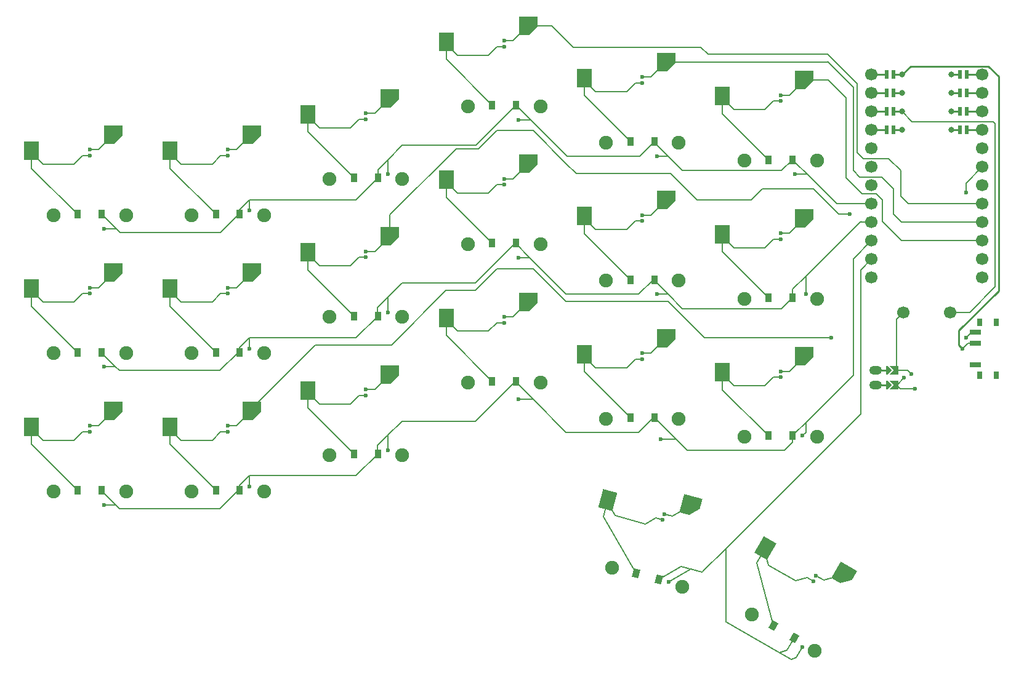
<source format=gbr>
%TF.GenerationSoftware,KiCad,Pcbnew,8.0.6*%
%TF.CreationDate,2024-12-04T22:19:36+00:00*%
%TF.ProjectId,prototype_routed,70726f74-6f74-4797-9065-5f726f757465,v1.0.0*%
%TF.SameCoordinates,Original*%
%TF.FileFunction,Copper,L1,Top*%
%TF.FilePolarity,Positive*%
%FSLAX46Y46*%
G04 Gerber Fmt 4.6, Leading zero omitted, Abs format (unit mm)*
G04 Created by KiCad (PCBNEW 8.0.6) date 2024-12-04 22:19:36*
%MOMM*%
%LPD*%
G01*
G04 APERTURE LIST*
G04 Aperture macros list*
%AMRotRect*
0 Rectangle, with rotation*
0 The origin of the aperture is its center*
0 $1 length*
0 $2 width*
0 $3 Rotation angle, in degrees counterclockwise*
0 Add horizontal line*
21,1,$1,$2,0,0,$3*%
%AMOutline5P*
0 Free polygon, 5 corners , with rotation*
0 The origin of the aperture is its center*
0 number of corners: always 5*
0 $1 to $10 corner X, Y*
0 $11 Rotation angle, in degrees counterclockwise*
0 create outline with 5 corners*
4,1,5,$1,$2,$3,$4,$5,$6,$7,$8,$9,$10,$1,$2,$11*%
%AMOutline6P*
0 Free polygon, 6 corners , with rotation*
0 The origin of the aperture is its center*
0 number of corners: always 6*
0 $1 to $12 corner X, Y*
0 $13 Rotation angle, in degrees counterclockwise*
0 create outline with 6 corners*
4,1,6,$1,$2,$3,$4,$5,$6,$7,$8,$9,$10,$11,$12,$1,$2,$13*%
%AMOutline7P*
0 Free polygon, 7 corners , with rotation*
0 The origin of the aperture is its center*
0 number of corners: always 7*
0 $1 to $14 corner X, Y*
0 $15 Rotation angle, in degrees counterclockwise*
0 create outline with 7 corners*
4,1,7,$1,$2,$3,$4,$5,$6,$7,$8,$9,$10,$11,$12,$13,$14,$1,$2,$15*%
%AMOutline8P*
0 Free polygon, 8 corners , with rotation*
0 The origin of the aperture is its center*
0 number of corners: always 8*
0 $1 to $16 corner X, Y*
0 $17 Rotation angle, in degrees counterclockwise*
0 create outline with 8 corners*
4,1,8,$1,$2,$3,$4,$5,$6,$7,$8,$9,$10,$11,$12,$13,$14,$15,$16,$1,$2,$17*%
%AMFreePoly0*
4,1,6,0.600000,-1.000000,0.000000,-0.400000,-0.600000,-1.000000,-0.600000,0.250000,0.600000,0.250000,0.600000,-1.000000,0.600000,-1.000000,$1*%
%AMFreePoly1*
4,1,6,0.600000,-0.200000,0.600000,-0.400000,-0.600000,-0.400000,-0.600000,-0.200000,0.000000,0.400000,0.600000,-0.200000,0.600000,-0.200000,$1*%
G04 Aperture macros list end*
%TA.AperFunction,SMDPad,CuDef*%
%ADD10R,0.900000X1.200000*%
%TD*%
%TA.AperFunction,SMDPad,CuDef*%
%ADD11R,0.800000X1.000000*%
%TD*%
%TA.AperFunction,SMDPad,CuDef*%
%ADD12R,1.500000X0.700000*%
%TD*%
%TA.AperFunction,SMDPad,CuDef*%
%ADD13RotRect,0.900000X1.200000X165.000000*%
%TD*%
%TA.AperFunction,SMDPad,CuDef*%
%ADD14FreePoly0,270.000000*%
%TD*%
%TA.AperFunction,ComponentPad*%
%ADD15O,1.750000X1.200000*%
%TD*%
%TA.AperFunction,SMDPad,CuDef*%
%ADD16FreePoly1,270.000000*%
%TD*%
%TA.AperFunction,SMDPad,CuDef*%
%ADD17RotRect,0.900000X1.200000X150.000000*%
%TD*%
%TA.AperFunction,ComponentPad*%
%ADD18C,1.700000*%
%TD*%
%TA.AperFunction,SMDPad,CuDef*%
%ADD19R,0.600000X1.200000*%
%TD*%
%TA.AperFunction,ComponentPad*%
%ADD20C,0.800000*%
%TD*%
%TA.AperFunction,ComponentPad*%
%ADD21C,1.900000*%
%TD*%
%TA.AperFunction,SMDPad,CuDef*%
%ADD22Outline5P,-1.300000X1.300000X1.300000X1.300000X1.300000X-0.117000X0.117000X-1.300000X-1.300000X-1.300000X0.000000*%
%TD*%
%TA.AperFunction,SMDPad,CuDef*%
%ADD23R,2.000000X2.600000*%
%TD*%
%TA.AperFunction,SMDPad,CuDef*%
%ADD24Outline5P,-1.300000X1.300000X1.300000X1.300000X1.300000X-0.117000X0.117000X-1.300000X-1.300000X-1.300000X330.000000*%
%TD*%
%TA.AperFunction,SMDPad,CuDef*%
%ADD25RotRect,2.000000X2.600000X330.000000*%
%TD*%
%TA.AperFunction,SMDPad,CuDef*%
%ADD26Outline5P,-1.300000X1.300000X1.300000X1.300000X1.300000X-0.117000X0.117000X-1.300000X-1.300000X-1.300000X345.000000*%
%TD*%
%TA.AperFunction,SMDPad,CuDef*%
%ADD27RotRect,2.000000X2.600000X345.000000*%
%TD*%
%TA.AperFunction,ViaPad*%
%ADD28C,0.600000*%
%TD*%
%TA.AperFunction,Conductor*%
%ADD29C,0.200000*%
%TD*%
%TA.AperFunction,Conductor*%
%ADD30C,0.250000*%
%TD*%
G04 APERTURE END LIST*
D10*
%TO.P,D7,1*%
%TO.N,R2*%
X188662500Y-160662501D03*
%TO.P,D7,2*%
%TO.N,ring_bottom*%
X185362500Y-160662499D03*
%TD*%
D11*
%TO.P,PWR1,*%
%TO.N,*%
X271427498Y-149812500D03*
X271427499Y-142512500D03*
X273637499Y-142512500D03*
X273637499Y-149812500D03*
D12*
%TO.P,PWR1,1*%
%TO.N,N/C*%
X270777499Y-148412500D03*
%TO.P,PWR1,2*%
%TO.N,RAW*%
X270777499Y-145412500D03*
%TO.P,PWR1,3*%
%TO.N,BAT_P*%
X270777499Y-143912500D03*
%TD*%
D10*
%TO.P,D14,1*%
%TO.N,R1*%
X226662500Y-136662500D03*
%TO.P,D14,2*%
%TO.N,index_home*%
X223362500Y-136662498D03*
%TD*%
%TO.P,D11,1*%
%TO.N,R1*%
X207662499Y-131662501D03*
%TO.P,D11,2*%
%TO.N,middle_home*%
X204362499Y-131662499D03*
%TD*%
%TO.P,D12,1*%
%TO.N,R0*%
X207662501Y-112662501D03*
%TO.P,D12,2*%
%TO.N,middle_top*%
X204362501Y-112662499D03*
%TD*%
D13*
%TO.P,D19,1*%
%TO.N,R3*%
X227312183Y-177919179D03*
%TO.P,D19,2*%
%TO.N,layer_cluster*%
X224124627Y-177065079D03*
%TD*%
D10*
%TO.P,D8,1*%
%TO.N,R1*%
X188662500Y-141662501D03*
%TO.P,D8,2*%
%TO.N,ring_home*%
X185362500Y-141662499D03*
%TD*%
%TO.P,D9,1*%
%TO.N,R0*%
X188662500Y-122662501D03*
%TO.P,D9,2*%
%TO.N,ring_top*%
X185362500Y-122662499D03*
%TD*%
%TO.P,D5,1*%
%TO.N,R1*%
X169662501Y-146662501D03*
%TO.P,D5,2*%
%TO.N,pinky_home*%
X166362501Y-146662499D03*
%TD*%
%TO.P,D16,1*%
%TO.N,R2*%
X245662500Y-158162500D03*
%TO.P,D16,2*%
%TO.N,indexfar_bottom*%
X242362500Y-158162498D03*
%TD*%
D14*
%TO.P,JST1,1*%
%TO.N,BAT_P*%
X259928499Y-151162499D03*
%TO.P,JST1,2*%
%TO.N,GND*%
X259928499Y-149162499D03*
D15*
%TO.P,JST1,11*%
%TO.N,JST1_1*%
X257112499Y-151162499D03*
%TO.P,JST1,12*%
%TO.N,JST1_2*%
X257112499Y-149162499D03*
D16*
%TO.P,JST1,21*%
%TO.N,JST1_1*%
X258912499Y-151162500D03*
%TO.P,JST1,22*%
%TO.N,JST1_2*%
X258912499Y-149162499D03*
%TD*%
D17*
%TO.P,D20,1*%
%TO.N,R3*%
X245892108Y-185967238D03*
%TO.P,D20,2*%
%TO.N,space_cluster*%
X243034224Y-184317240D03*
%TD*%
D10*
%TO.P,D18,1*%
%TO.N,R0*%
X245662499Y-120162500D03*
%TO.P,D18,2*%
%TO.N,indexfar_top*%
X242362499Y-120162498D03*
%TD*%
%TO.P,D15,1*%
%TO.N,R0*%
X226662500Y-117662500D03*
%TO.P,D15,2*%
%TO.N,index_top*%
X223362500Y-117662498D03*
%TD*%
%TO.P,D6,1*%
%TO.N,R0*%
X169662500Y-127662500D03*
%TO.P,D6,2*%
%TO.N,pinky_top*%
X166362500Y-127662498D03*
%TD*%
%TO.P,D13,1*%
%TO.N,R2*%
X226662499Y-155662501D03*
%TO.P,D13,2*%
%TO.N,index_bottom*%
X223362499Y-155662499D03*
%TD*%
D18*
%TO.P,RST1,1*%
%TO.N,RST*%
X267362500Y-141162500D03*
%TO.P,RST1,2*%
%TO.N,GND*%
X260862500Y-141162500D03*
%TD*%
D10*
%TO.P,D1,1*%
%TO.N,R2*%
X150662500Y-165662501D03*
%TO.P,D1,2*%
%TO.N,outer_bottom*%
X147362500Y-165662499D03*
%TD*%
%TO.P,D2,1*%
%TO.N,R1*%
X150662500Y-146662502D03*
%TO.P,D2,2*%
%TO.N,outer_home*%
X147362500Y-146662500D03*
%TD*%
%TO.P,D4,1*%
%TO.N,R2*%
X169662501Y-165662501D03*
%TO.P,D4,2*%
%TO.N,pinky_bottom*%
X166362501Y-165662499D03*
%TD*%
%TO.P,D10,1*%
%TO.N,R2*%
X207662499Y-150662501D03*
%TO.P,D10,2*%
%TO.N,middle_bottom*%
X204362499Y-150662499D03*
%TD*%
%TO.P,D17,1*%
%TO.N,R1*%
X245662500Y-139162502D03*
%TO.P,D17,2*%
%TO.N,indexfar_home*%
X242362500Y-139162500D03*
%TD*%
%TO.P,D3,1*%
%TO.N,R0*%
X150662500Y-127662501D03*
%TO.P,D3,2*%
%TO.N,outer_top*%
X147362500Y-127662499D03*
%TD*%
D18*
%TO.P,MCU1,1*%
%TO.N,MCU1_1*%
X271732500Y-108462500D03*
%TO.P,MCU1,2*%
%TO.N,MCU1_2*%
X271732500Y-111002499D03*
%TO.P,MCU1,3*%
%TO.N,MCU1_3*%
X271732500Y-113542500D03*
%TO.P,MCU1,4*%
%TO.N,MCU1_4*%
X271732500Y-116082500D03*
%TO.P,MCU1,5*%
%TO.N,C0*%
X271732500Y-118622500D03*
%TO.P,MCU1,6*%
%TO.N,C1*%
X271732500Y-121162500D03*
%TO.P,MCU1,7*%
%TO.N,C2*%
X271732500Y-123702499D03*
%TO.P,MCU1,8*%
%TO.N,C3*%
X271732500Y-126242500D03*
%TO.P,MCU1,9*%
%TO.N,C4*%
X271732500Y-128782500D03*
%TO.P,MCU1,10*%
%TO.N,C5*%
X271732500Y-131322500D03*
%TO.P,MCU1,11*%
%TO.N,P16*%
X271732500Y-133862500D03*
%TO.P,MCU1,12*%
%TO.N,P10*%
X271732500Y-136402500D03*
%TO.P,MCU1,13*%
%TO.N,P9*%
X256492499Y-136402500D03*
%TO.P,MCU1,14*%
%TO.N,R3*%
X256492500Y-133862500D03*
%TO.P,MCU1,15*%
%TO.N,R2*%
X256492500Y-131322501D03*
%TO.P,MCU1,16*%
%TO.N,R1*%
X256492500Y-128782500D03*
%TO.P,MCU1,17*%
%TO.N,R0*%
X256492500Y-126242500D03*
%TO.P,MCU1,18*%
%TO.N,P4*%
X256492500Y-123702500D03*
%TO.P,MCU1,19*%
%TO.N,P3*%
X256492500Y-121162500D03*
%TO.P,MCU1,20*%
%TO.N,P2*%
X256492500Y-118622501D03*
%TO.P,MCU1,21*%
%TO.N,MCU1_21*%
X256492500Y-116082500D03*
D19*
X258632500Y-116082500D03*
%TO.N,MCU1_4*%
X269592501Y-116082499D03*
D18*
%TO.P,MCU1,22*%
%TO.N,MCU1_22*%
X256492500Y-113542500D03*
D19*
X258632500Y-113542500D03*
%TO.N,MCU1_3*%
X269592500Y-113542500D03*
D18*
%TO.P,MCU1,23*%
%TO.N,MCU1_23*%
X256492500Y-111002500D03*
D19*
X258632500Y-111002500D03*
%TO.N,MCU1_2*%
X269592500Y-111002500D03*
D18*
%TO.P,MCU1,24*%
%TO.N,MCU1_24*%
X256492500Y-108462500D03*
D19*
X258632500Y-108462500D03*
%TO.N,MCU1_1*%
X269592500Y-108462500D03*
D20*
%TO.P,MCU1,101*%
%TO.N,P1*%
X267512500Y-108462500D03*
D19*
X268692500Y-108462500D03*
D20*
%TO.P,MCU1,102*%
%TO.N,P0*%
X267512500Y-111002500D03*
D19*
X268692501Y-111002499D03*
D20*
%TO.P,MCU1,103*%
%TO.N,GND*%
X267512500Y-113542500D03*
D19*
X268692500Y-113542499D03*
D20*
%TO.P,MCU1,104*%
X267512500Y-116082500D03*
D19*
X268692500Y-116082501D03*
%TO.P,MCU1,121*%
%TO.N,VCC*%
X259532500Y-116082500D03*
D20*
X260712500Y-116082499D03*
D19*
%TO.P,MCU1,122*%
%TO.N,RST*%
X259532501Y-113542500D03*
D20*
X260712501Y-113542500D03*
D19*
%TO.P,MCU1,123*%
%TO.N,GND*%
X259532500Y-111002500D03*
D20*
X260712500Y-111002500D03*
D19*
%TO.P,MCU1,124*%
%TO.N,RAW*%
X259532500Y-108462500D03*
D20*
X260712500Y-108462500D03*
%TD*%
D21*
%TO.P,S11,*%
%TO.N,*%
X201012500Y-131812501D03*
X211012500Y-131812501D03*
D22*
%TO.P,S11,1*%
%TO.N,C3*%
X209287500Y-120712501D03*
D23*
%TO.P,S11,2*%
%TO.N,middle_home*%
X198037500Y-122912501D03*
%TD*%
D21*
%TO.P,S16,*%
%TO.N,*%
X239012500Y-158312499D03*
X249012500Y-158312499D03*
D22*
%TO.P,S16,1*%
%TO.N,C5*%
X247287500Y-147212499D03*
D23*
%TO.P,S16,2*%
%TO.N,indexfar_bottom*%
X236037500Y-149412499D03*
%TD*%
D21*
%TO.P,S14,*%
%TO.N,*%
X220012499Y-136812499D03*
X230012499Y-136812499D03*
D22*
%TO.P,S14,1*%
%TO.N,C4*%
X228287499Y-125712499D03*
D23*
%TO.P,S14,2*%
%TO.N,index_home*%
X217037499Y-127912499D03*
%TD*%
D21*
%TO.P,S13,*%
%TO.N,*%
X220012500Y-155812500D03*
X230012500Y-155812500D03*
D22*
%TO.P,S13,1*%
%TO.N,C4*%
X228287500Y-144712500D03*
D23*
%TO.P,S13,2*%
%TO.N,index_bottom*%
X217037500Y-146912500D03*
%TD*%
D21*
%TO.P,S4,*%
%TO.N,*%
X163012500Y-165812500D03*
X173012500Y-165812500D03*
D22*
%TO.P,S4,1*%
%TO.N,C1*%
X171287500Y-154712500D03*
D23*
%TO.P,S4,2*%
%TO.N,pinky_bottom*%
X160037500Y-156912500D03*
%TD*%
D21*
%TO.P,S9,*%
%TO.N,*%
X182012500Y-122812500D03*
X192012500Y-122812500D03*
D22*
%TO.P,S9,1*%
%TO.N,C2*%
X190287500Y-111712500D03*
D23*
%TO.P,S9,2*%
%TO.N,ring_top*%
X179037500Y-113912500D03*
%TD*%
D21*
%TO.P,S15,*%
%TO.N,*%
X220012500Y-117812499D03*
X230012500Y-117812499D03*
D22*
%TO.P,S15,1*%
%TO.N,C4*%
X228287500Y-106712499D03*
D23*
%TO.P,S15,2*%
%TO.N,index_top*%
X217037500Y-108912499D03*
%TD*%
D21*
%TO.P,S18,*%
%TO.N,*%
X239012501Y-120312500D03*
X249012501Y-120312500D03*
D22*
%TO.P,S18,1*%
%TO.N,C5*%
X247287501Y-109212500D03*
D23*
%TO.P,S18,2*%
%TO.N,indexfar_top*%
X236037501Y-111412500D03*
%TD*%
D21*
%TO.P,S10,*%
%TO.N,*%
X201012500Y-150812500D03*
X211012500Y-150812500D03*
D22*
%TO.P,S10,1*%
%TO.N,C3*%
X209287500Y-139712500D03*
D23*
%TO.P,S10,2*%
%TO.N,middle_bottom*%
X198037500Y-141912500D03*
%TD*%
D21*
%TO.P,S20,*%
%TO.N,*%
X240058040Y-182772144D03*
X248718294Y-187772144D03*
D24*
%TO.P,S20,1*%
%TO.N,C5*%
X252774400Y-177296762D03*
D25*
%TO.P,S20,2*%
%TO.N,space_cluster*%
X241931614Y-173577018D03*
%TD*%
D21*
%TO.P,S19,*%
%TO.N,*%
X220849954Y-176342923D03*
X230509212Y-178931113D03*
D26*
%TO.P,S19,1*%
%TO.N,C4*%
X231715881Y-167762874D03*
D27*
%TO.P,S19,2*%
%TO.N,layer_cluster*%
X220279814Y-166976196D03*
%TD*%
D21*
%TO.P,S6,*%
%TO.N,*%
X163012501Y-127812500D03*
X173012501Y-127812500D03*
D22*
%TO.P,S6,1*%
%TO.N,C1*%
X171287501Y-116712500D03*
D23*
%TO.P,S6,2*%
%TO.N,pinky_top*%
X160037501Y-118912500D03*
%TD*%
D21*
%TO.P,S2,*%
%TO.N,*%
X144012499Y-146812501D03*
X154012499Y-146812501D03*
D22*
%TO.P,S2,1*%
%TO.N,C0*%
X152287499Y-135712501D03*
D23*
%TO.P,S2,2*%
%TO.N,outer_home*%
X141037499Y-137912501D03*
%TD*%
D21*
%TO.P,S1,*%
%TO.N,*%
X144012499Y-165812500D03*
X154012499Y-165812500D03*
D22*
%TO.P,S1,1*%
%TO.N,C0*%
X152287499Y-154712500D03*
D23*
%TO.P,S1,2*%
%TO.N,outer_bottom*%
X141037499Y-156912500D03*
%TD*%
D21*
%TO.P,S17,*%
%TO.N,*%
X239012500Y-139312500D03*
X249012500Y-139312500D03*
D22*
%TO.P,S17,1*%
%TO.N,C5*%
X247287500Y-128212500D03*
D23*
%TO.P,S17,2*%
%TO.N,indexfar_home*%
X236037500Y-130412500D03*
%TD*%
D21*
%TO.P,S8,*%
%TO.N,*%
X182012499Y-141812501D03*
X192012499Y-141812501D03*
D22*
%TO.P,S8,1*%
%TO.N,C2*%
X190287499Y-130712501D03*
D23*
%TO.P,S8,2*%
%TO.N,ring_home*%
X179037499Y-132912501D03*
%TD*%
D21*
%TO.P,S3,*%
%TO.N,*%
X144012500Y-127812501D03*
X154012500Y-127812501D03*
D22*
%TO.P,S3,1*%
%TO.N,C0*%
X152287500Y-116712501D03*
D23*
%TO.P,S3,2*%
%TO.N,outer_top*%
X141037500Y-118912501D03*
%TD*%
D21*
%TO.P,S12,*%
%TO.N,*%
X201012499Y-112812500D03*
X211012499Y-112812500D03*
D22*
%TO.P,S12,1*%
%TO.N,C3*%
X209287499Y-101712500D03*
D23*
%TO.P,S12,2*%
%TO.N,middle_top*%
X198037499Y-103912500D03*
%TD*%
D21*
%TO.P,S7,*%
%TO.N,*%
X182012501Y-160812499D03*
X192012501Y-160812499D03*
D22*
%TO.P,S7,1*%
%TO.N,C2*%
X190287501Y-149712499D03*
D23*
%TO.P,S7,2*%
%TO.N,ring_bottom*%
X179037501Y-151912499D03*
%TD*%
D21*
%TO.P,S5,*%
%TO.N,*%
X163012499Y-146812501D03*
X173012499Y-146812501D03*
D22*
%TO.P,S5,1*%
%TO.N,C1*%
X171287499Y-135712501D03*
D23*
%TO.P,S5,2*%
%TO.N,pinky_home*%
X160037499Y-137912501D03*
%TD*%
D28*
%TO.N,C0*%
X149012500Y-156787501D03*
X149012500Y-118787500D03*
X149012500Y-137787501D03*
%TO.N,outer_bottom*%
X149012500Y-157587500D03*
%TO.N,GND*%
X262012500Y-149662500D03*
%TO.N,outer_home*%
X149012500Y-138587501D03*
%TO.N,outer_top*%
X149012499Y-119587500D03*
%TO.N,C1*%
X251012500Y-144662499D03*
X168012499Y-156787501D03*
X269512500Y-124662501D03*
X168012500Y-137787500D03*
X168012499Y-118787500D03*
%TO.N,pinky_bottom*%
X168012500Y-157587500D03*
%TO.N,pinky_home*%
X168012500Y-138587500D03*
%TO.N,pinky_top*%
X168012499Y-119587499D03*
%TO.N,C2*%
X187012500Y-113787500D03*
X187012500Y-132787500D03*
X187012499Y-151787500D03*
X253512500Y-127662501D03*
%TO.N,ring_bottom*%
X187012500Y-152587500D03*
%TO.N,ring_home*%
X187012500Y-133587500D03*
%TO.N,ring_top*%
X187012500Y-114587499D03*
%TO.N,C3*%
X206012499Y-103787499D03*
X206012500Y-141787501D03*
X206012499Y-122787499D03*
%TO.N,middle_bottom*%
X206012499Y-142587500D03*
%TO.N,middle_home*%
X206012501Y-123587500D03*
%TO.N,middle_top*%
X206012500Y-104587500D03*
%TO.N,C4*%
X225012499Y-146787500D03*
X225012498Y-108787501D03*
X228015425Y-168919536D03*
X225012499Y-127787500D03*
%TO.N,index_bottom*%
X225012500Y-147587500D03*
%TO.N,index_home*%
X225012501Y-128587500D03*
%TO.N,index_top*%
X225012501Y-109587499D03*
%TO.N,C5*%
X244012500Y-149287500D03*
X244012500Y-111287499D03*
X244012500Y-130287499D03*
X248900666Y-177456264D03*
%TO.N,indexfar_bottom*%
X244012500Y-150087499D03*
%TO.N,indexfar_home*%
X244012499Y-131087500D03*
%TO.N,indexfar_top*%
X244012500Y-112087500D03*
%TO.N,layer_cluster*%
X227808369Y-169692278D03*
%TO.N,space_cluster*%
X248500667Y-178149084D03*
%TO.N,R2*%
X190012499Y-160162501D03*
X247012499Y-158162499D03*
X171012499Y-165162500D03*
X151012500Y-167662501D03*
X227512499Y-158662501D03*
X208012498Y-153162500D03*
%TO.N,R1*%
X190012499Y-141162500D03*
X151012500Y-148662500D03*
X208012499Y-133662500D03*
X171012500Y-146162501D03*
X227012500Y-138662500D03*
X247512499Y-138662499D03*
%TO.N,R0*%
X151012500Y-129662501D03*
X246012499Y-122162500D03*
X227012499Y-119662500D03*
X171012500Y-127162500D03*
X208012499Y-114662500D03*
X190012500Y-122162500D03*
%TO.N,R3*%
X247032155Y-187212176D03*
X228617675Y-178278579D03*
%TO.N,RAW*%
X269012500Y-146162499D03*
%TO.N,BAT_P*%
X261012500Y-150162499D03*
X269512500Y-144662499D03*
X262512500Y-151662499D03*
%TD*%
D29*
%TO.N,C0*%
X150212499Y-137787500D02*
X149012500Y-137787501D01*
X152287499Y-116712501D02*
X150212500Y-118787500D01*
X152287500Y-154712500D02*
X150212499Y-156787500D01*
X150212499Y-156787500D02*
X149012500Y-156787501D01*
X150212500Y-118787500D02*
X149012500Y-118787500D01*
X152287499Y-135712501D02*
X150212499Y-137787500D01*
%TO.N,outer_bottom*%
X141037499Y-159337500D02*
X147362500Y-165662500D01*
X146858500Y-158766500D02*
X148037500Y-157587500D01*
X148037500Y-157587500D02*
X149012500Y-157587500D01*
X141037500Y-156912499D02*
X141037499Y-159337500D01*
X142591500Y-158766501D02*
X146858500Y-158766500D01*
X140737500Y-156912500D02*
X142591500Y-158766501D01*
D30*
%TO.N,GND*%
X268692500Y-113542500D02*
X267512500Y-113542500D01*
D29*
X259928500Y-149162501D02*
X259928499Y-142096499D01*
X262012500Y-149662500D02*
X261512500Y-149162500D01*
X259928499Y-142096499D02*
X260862499Y-141162500D01*
D30*
X259532499Y-111002500D02*
X260712500Y-111002500D01*
D29*
X261512500Y-149162500D02*
X259928500Y-149162501D01*
D30*
X268692499Y-116082501D02*
X267512500Y-116082499D01*
D29*
%TO.N,outer_home*%
X141037499Y-140337500D02*
X147362499Y-146662499D01*
X148037499Y-138587499D02*
X149012500Y-138587501D01*
X141037499Y-137912500D02*
X141037499Y-140337500D01*
X146858500Y-139766500D02*
X148037499Y-138587499D01*
X140737499Y-137912500D02*
X142591499Y-139766499D01*
X142591499Y-139766499D02*
X146858500Y-139766500D01*
%TO.N,outer_top*%
X141037500Y-121337499D02*
X147362500Y-127662499D01*
X148037499Y-119587500D02*
X149012499Y-119587500D01*
X146858499Y-120766501D02*
X148037499Y-119587500D01*
X142591499Y-120766500D02*
X146858499Y-120766501D01*
X141037500Y-118912500D02*
X141037500Y-121337499D01*
X140737499Y-118912501D02*
X142591499Y-120766500D01*
%TO.N,C1*%
X198012501Y-138162500D02*
X202012499Y-138162500D01*
X205012500Y-135162499D02*
X210012500Y-135162499D01*
X228512500Y-139662501D02*
X233512499Y-144662500D01*
X171287499Y-154712499D02*
X169212499Y-156787500D01*
X180012501Y-145662500D02*
X190512499Y-145662500D01*
X190512499Y-145662500D02*
X198012501Y-138162500D01*
X269512499Y-123382500D02*
X271732500Y-121162501D01*
X169212499Y-118787501D02*
X168012499Y-118787500D01*
X214512500Y-139662500D02*
X228512500Y-139662501D01*
X171287499Y-135712500D02*
X169212501Y-137787499D01*
X171287499Y-154712499D02*
X171287500Y-154387500D01*
X169212501Y-137787499D02*
X168012500Y-137787500D01*
X171287499Y-116712500D02*
X169212499Y-118787501D01*
X169212499Y-156787500D02*
X168012499Y-156787501D01*
X233512499Y-144662500D02*
X251012500Y-144662499D01*
X269512500Y-124662501D02*
X269512499Y-123382500D01*
X202012499Y-138162500D02*
X205012500Y-135162499D01*
X171287500Y-154387500D02*
X180012501Y-145662500D01*
X210012500Y-135162499D02*
X214512500Y-139662500D01*
%TO.N,pinky_bottom*%
X161591500Y-158766500D02*
X165858499Y-158766500D01*
X160037499Y-156912499D02*
X160037499Y-159337501D01*
X160037499Y-159337501D02*
X166362500Y-165662501D01*
X167037500Y-157587500D02*
X168012500Y-157587500D01*
X165858499Y-158766500D02*
X167037500Y-157587500D01*
X159737500Y-156912499D02*
X161591500Y-158766500D01*
%TO.N,pinky_home*%
X165858499Y-139766501D02*
X167037499Y-138587499D01*
X160037500Y-137912500D02*
X160037499Y-140337500D01*
X161591499Y-139766500D02*
X165858499Y-139766501D01*
X167037499Y-138587499D02*
X168012500Y-138587500D01*
X160037499Y-140337500D02*
X166362499Y-146662499D01*
X159737499Y-137912500D02*
X161591499Y-139766500D01*
%TO.N,pinky_top*%
X167037499Y-119587500D02*
X168012499Y-119587499D01*
X161591499Y-120766501D02*
X165858499Y-120766500D01*
X159737499Y-118912500D02*
X161591499Y-120766501D01*
X160037500Y-121337500D02*
X166362499Y-127662500D01*
X160037501Y-118912500D02*
X160037500Y-121337500D01*
X165858499Y-120766500D02*
X167037499Y-119587500D01*
%TO.N,C2*%
X248512499Y-124162500D02*
X252012500Y-127662499D01*
X215912500Y-122062499D02*
X228912500Y-122062501D01*
X190287500Y-130712500D02*
X190287499Y-127762501D01*
X199387499Y-118662499D02*
X202512500Y-118662500D01*
X210012500Y-116162499D02*
X214512499Y-120662499D01*
X229012499Y-122162500D02*
X232512499Y-125662499D01*
X188212500Y-151787500D02*
X187012499Y-151787500D01*
X240012499Y-125662500D02*
X241512499Y-124162499D01*
X188212499Y-113787501D02*
X187012500Y-113787500D01*
X190287499Y-127762501D02*
X199387499Y-118662499D01*
X241512499Y-124162499D02*
X248512499Y-124162500D01*
X232512499Y-125662499D02*
X240012499Y-125662500D01*
X190287500Y-130712500D02*
X188212499Y-132787500D01*
X188212499Y-132787500D02*
X187012500Y-132787500D01*
X214512499Y-120662499D02*
X215912500Y-122062499D01*
X228912500Y-122062501D02*
X229012499Y-122162500D01*
X252012500Y-127662499D02*
X253512500Y-127662501D01*
X190287499Y-111712499D02*
X188212499Y-113787501D01*
X202512500Y-118662500D02*
X205012500Y-116162500D01*
X205012500Y-116162500D02*
X210012500Y-116162499D01*
X190287501Y-149712499D02*
X188212500Y-151787500D01*
%TO.N,ring_bottom*%
X178737500Y-151912500D02*
X180591500Y-153766500D01*
X180591500Y-153766500D02*
X184858501Y-153766499D01*
X179037500Y-151912500D02*
X179037500Y-154337501D01*
X184858501Y-153766499D02*
X186037500Y-152587501D01*
X179037500Y-154337501D02*
X185362500Y-160662499D01*
X186037500Y-152587501D02*
X187012500Y-152587500D01*
%TO.N,ring_home*%
X186037500Y-133587500D02*
X187012500Y-133587500D01*
X178737500Y-132912501D02*
X180591500Y-134766500D01*
X184858500Y-134766500D02*
X186037500Y-133587500D01*
X179037499Y-132912500D02*
X179037499Y-135337500D01*
X180591500Y-134766500D02*
X184858500Y-134766500D01*
X179037499Y-135337500D02*
X185362501Y-141662500D01*
%TO.N,ring_top*%
X184858499Y-115766500D02*
X186037500Y-114587501D01*
X186037500Y-114587501D02*
X187012500Y-114587499D01*
X179037499Y-113912499D02*
X179037500Y-116337500D01*
X178737499Y-113912500D02*
X180591500Y-115766501D01*
X179037500Y-116337500D02*
X185362500Y-122662501D01*
X180591500Y-115766501D02*
X184858499Y-115766500D01*
%TO.N,C3*%
X209287500Y-120712500D02*
X207212500Y-122787500D01*
X209287500Y-101712501D02*
X212562500Y-101712500D01*
X260512499Y-121662501D02*
X260512500Y-125162500D01*
X212562500Y-101712500D02*
X215512500Y-104662501D01*
X209287500Y-101712501D02*
X207212499Y-103787501D01*
X258862500Y-120012499D02*
X260512499Y-121662501D01*
X234012500Y-105662500D02*
X250512500Y-105662500D01*
X255362499Y-120012499D02*
X258862500Y-120012499D01*
X215512500Y-104662501D02*
X233012500Y-104662499D01*
X261592501Y-126242499D02*
X271732500Y-126242500D01*
X254512500Y-119162499D02*
X255362499Y-120012499D01*
X207212499Y-141787500D02*
X206012500Y-141787501D01*
X254512500Y-109662500D02*
X254512500Y-119162499D01*
X250512500Y-105662500D02*
X254512500Y-109662500D01*
X207212500Y-122787500D02*
X206012499Y-122787499D01*
X207212499Y-103787501D02*
X206012499Y-103787499D01*
X209287501Y-139712499D02*
X207212499Y-141787500D01*
X233012500Y-104662499D02*
X234012500Y-105662500D01*
X260512500Y-125162500D02*
X261592501Y-126242499D01*
%TO.N,middle_bottom*%
X199591499Y-143766500D02*
X203858499Y-143766500D01*
X198037500Y-141912499D02*
X198037500Y-144337501D01*
X203858499Y-143766500D02*
X205037499Y-142587500D01*
X198037500Y-144337501D02*
X204362500Y-150662500D01*
X205037499Y-142587500D02*
X206012499Y-142587500D01*
X197737499Y-141912500D02*
X199591499Y-143766500D01*
%TO.N,middle_home*%
X197737501Y-122912499D02*
X199591501Y-124766500D01*
X198037499Y-125337501D02*
X204362500Y-131662499D01*
X198037500Y-122912500D02*
X198037499Y-125337501D01*
X199591501Y-124766500D02*
X203858499Y-124766501D01*
X205037500Y-123587500D02*
X206012501Y-123587500D01*
X203858499Y-124766501D02*
X205037500Y-123587500D01*
%TO.N,middle_top*%
X199591500Y-105766501D02*
X203858500Y-105766501D01*
X197737500Y-103912501D02*
X199591500Y-105766501D01*
X205037500Y-104587501D02*
X206012500Y-104587500D01*
X203858500Y-105766501D02*
X205037500Y-104587501D01*
X198037499Y-106337500D02*
X204362500Y-112662500D01*
X198037500Y-103912499D02*
X198037499Y-106337500D01*
%TO.N,C4*%
X254012500Y-121662499D02*
X254902501Y-122552499D01*
X250512501Y-106662500D02*
X254012499Y-110162500D01*
X226212500Y-108787500D02*
X225012498Y-108787501D01*
X228287500Y-144712500D02*
X226212500Y-146787499D01*
X229174535Y-169230120D02*
X228015425Y-168919536D01*
X260632500Y-128782499D02*
X271732499Y-128782500D01*
X250462500Y-106712501D02*
X250512501Y-106662500D01*
X231715879Y-167762873D02*
X229174535Y-169230120D01*
X226212500Y-127787499D02*
X225012499Y-127787500D01*
X228287500Y-106712499D02*
X226212500Y-108787500D01*
X257902500Y-122552500D02*
X259512500Y-124162500D01*
X259512500Y-124162500D02*
X259512500Y-127662500D01*
X228287500Y-125712500D02*
X226212500Y-127787499D01*
X254902501Y-122552499D02*
X257902500Y-122552500D01*
X259512500Y-127662500D02*
X260632500Y-128782499D01*
X226212500Y-146787499D02*
X225012499Y-146787500D01*
X228287500Y-106712499D02*
X250462500Y-106712501D01*
X254012499Y-110162500D02*
X254012500Y-121662499D01*
%TO.N,index_bottom*%
X216737500Y-146912499D02*
X218591500Y-148766500D01*
X218591500Y-148766500D02*
X222858501Y-148766499D01*
X217037500Y-149337501D02*
X223362500Y-155662500D01*
X217037500Y-146912500D02*
X217037500Y-149337501D01*
X224037501Y-147587499D02*
X225012500Y-147587500D01*
X222858501Y-148766499D02*
X224037501Y-147587499D01*
%TO.N,index_home*%
X224037500Y-128587501D02*
X225012501Y-128587500D01*
X222858500Y-129766500D02*
X224037500Y-128587501D01*
X217037500Y-127912500D02*
X217037499Y-130337500D01*
X217037499Y-130337500D02*
X223362500Y-136662500D01*
X218591499Y-129766501D02*
X222858500Y-129766500D01*
X216737500Y-127912500D02*
X218591499Y-129766501D01*
%TO.N,index_top*%
X217037501Y-111337499D02*
X223362500Y-117662501D01*
X218591501Y-110766500D02*
X222858500Y-110766499D01*
X217037499Y-108912499D02*
X217037501Y-111337499D01*
X216737501Y-108912500D02*
X218591501Y-110766500D01*
X224037500Y-109587501D02*
X225012501Y-109587499D01*
X222858500Y-110766499D02*
X224037500Y-109587501D01*
%TO.N,C5*%
X253012500Y-122662499D02*
X253012499Y-111662499D01*
X247287500Y-109212500D02*
X250562499Y-109212501D01*
X260672500Y-131322501D02*
X271732500Y-131322499D01*
X255202499Y-124852499D02*
X253012500Y-122662499D01*
X247287499Y-147212499D02*
X245212500Y-149287500D01*
X258012500Y-125662499D02*
X258012500Y-128662500D01*
X245212500Y-149287500D02*
X244012500Y-149287500D01*
X247287499Y-128212500D02*
X245212501Y-130287499D01*
X247287500Y-109212500D02*
X245212500Y-111287500D01*
X245212500Y-111287500D02*
X244012500Y-111287499D01*
X257202500Y-124852499D02*
X258012500Y-125662499D01*
X258012500Y-128662500D02*
X260672500Y-131322501D01*
X252774400Y-177296763D02*
X249939897Y-178056264D01*
X250562499Y-109212501D02*
X253012499Y-111662499D01*
X257202500Y-124852499D02*
X255202499Y-124852499D01*
X245212501Y-130287499D02*
X244012500Y-130287499D01*
X249939897Y-178056264D02*
X248900666Y-177456264D01*
%TO.N,indexfar_bottom*%
X236037501Y-151837500D02*
X242362499Y-158162500D01*
X236037500Y-149412499D02*
X236037501Y-151837500D01*
X243037499Y-150087499D02*
X244012500Y-150087499D01*
X237591500Y-151266499D02*
X241858499Y-151266499D01*
X241858499Y-151266499D02*
X243037499Y-150087499D01*
X235737500Y-149412499D02*
X237591500Y-151266499D01*
%TO.N,indexfar_home*%
X236037500Y-132837500D02*
X242362499Y-139162500D01*
X243037500Y-131087499D02*
X244012499Y-131087500D01*
X236037500Y-130412500D02*
X236037500Y-132837500D01*
X235737501Y-130412499D02*
X237591501Y-132266499D01*
X237591501Y-132266499D02*
X241858500Y-132266499D01*
X241858500Y-132266499D02*
X243037500Y-131087499D01*
%TO.N,indexfar_top*%
X237591500Y-113266500D02*
X241858500Y-113266500D01*
X236037500Y-113837500D02*
X242362500Y-120162500D01*
X241858500Y-113266500D02*
X243037500Y-112087500D01*
X235737500Y-111412500D02*
X237591500Y-113266500D01*
X236037500Y-111412501D02*
X236037500Y-113837500D01*
X243037500Y-112087500D02*
X244012500Y-112087500D01*
%TO.N,layer_cluster*%
X219990035Y-166898550D02*
X221301011Y-169169228D01*
X219652176Y-169318567D02*
X224124627Y-177065080D01*
X220279814Y-166976196D02*
X219652176Y-169318567D01*
X221301011Y-169169228D02*
X225422617Y-170273607D01*
X225422617Y-170273607D02*
X226866590Y-169439930D01*
X226866590Y-169439930D02*
X227808369Y-169692278D01*
%TO.N,space_cluster*%
X240719114Y-175677129D02*
X243034225Y-184317241D01*
X241931613Y-173577018D02*
X240719114Y-175677129D01*
X242350418Y-175959628D02*
X246045748Y-178093128D01*
X241671807Y-173427017D02*
X242350418Y-175959628D01*
X246045748Y-178093128D02*
X247656293Y-177661584D01*
X247656293Y-177661584D02*
X248500667Y-178149084D01*
%TO.N,R2*%
X171012499Y-165162500D02*
X171012500Y-163662500D01*
X169662500Y-165012499D02*
X169662499Y-165662499D01*
X254012499Y-133802500D02*
X256492500Y-131322501D01*
X191937499Y-156162500D02*
X202087500Y-156162499D01*
X227512499Y-158662501D02*
X229662499Y-158662501D01*
X189974999Y-158124999D02*
X191937499Y-156162500D01*
X231162500Y-160162500D02*
X244512499Y-160162500D01*
X202087500Y-156162499D02*
X207587499Y-150662500D01*
X208012498Y-153162500D02*
X210012499Y-153162500D01*
X210012499Y-153162500D02*
X214512499Y-157662499D01*
X188662499Y-160662500D02*
X185662500Y-163662500D01*
X190012499Y-158162500D02*
X189974999Y-158124999D01*
X150587500Y-165662500D02*
X152550000Y-167625000D01*
X151012500Y-167662501D02*
X152512500Y-167662499D01*
X152550000Y-167625000D02*
X153087500Y-168162499D01*
X247512500Y-156312499D02*
X247837500Y-155987500D01*
X190012499Y-160162501D02*
X190012499Y-158162500D01*
X229662499Y-158662501D02*
X230087499Y-159087499D01*
X254012500Y-149812499D02*
X254012499Y-133802500D01*
X188587500Y-159512500D02*
X189974999Y-158124999D01*
X245662500Y-159012500D02*
X245662500Y-158162500D01*
X152512500Y-167662499D02*
X152550000Y-167625000D01*
X188587500Y-160662500D02*
X188587500Y-159512500D01*
X207512500Y-150662500D02*
X210012499Y-153162500D01*
X153087500Y-168162499D02*
X166937499Y-168162500D01*
X226662499Y-155662500D02*
X230087499Y-159087499D01*
X224512499Y-157662499D02*
X226512500Y-155662500D01*
X166937499Y-168162500D02*
X169437500Y-165662500D01*
X230087499Y-159087499D02*
X231162500Y-160162500D01*
X247837500Y-155987500D02*
X254012500Y-149812499D01*
X245662500Y-158162500D02*
X247837500Y-155987500D01*
X244512499Y-160162500D02*
X245662500Y-159012500D01*
X247512500Y-157662501D02*
X247512500Y-156312499D01*
X171012500Y-163662500D02*
X169662500Y-165012499D01*
X247012499Y-158162499D02*
X247512500Y-157662501D01*
X185662500Y-163662500D02*
X171012500Y-163662500D01*
X214512499Y-157662499D02*
X224512499Y-157662499D01*
%TO.N,R1*%
X226662500Y-136812501D02*
X228512500Y-138662501D01*
X185662499Y-144662500D02*
X171012500Y-144662499D01*
X207512500Y-131662499D02*
X209512500Y-133662500D01*
X244162500Y-140662500D02*
X245662500Y-139162500D01*
X152512498Y-148662500D02*
X152550000Y-148625000D01*
X202087500Y-137162500D02*
X207587501Y-131662500D01*
X255132499Y-128782499D02*
X256492500Y-128782500D01*
X166937500Y-149162500D02*
X169437500Y-146662501D01*
X190012499Y-141162500D02*
X190012499Y-139162500D01*
X247512499Y-136162500D02*
X255012500Y-128662501D01*
X214512500Y-138662500D02*
X224512499Y-138662499D01*
X151012500Y-148662500D02*
X152512498Y-148662500D01*
X247512499Y-138662499D02*
X247512499Y-136162500D01*
X188587500Y-140512499D02*
X189974999Y-139125000D01*
X152550000Y-148625000D02*
X153087500Y-149162500D01*
X188587500Y-141662500D02*
X188587500Y-140512499D01*
X188662499Y-141662500D02*
X185662499Y-144662500D01*
X245662500Y-138012500D02*
X247512499Y-136162500D01*
X190012499Y-139162500D02*
X189974999Y-139125000D01*
X169662499Y-146012500D02*
X169662500Y-146662499D01*
X227012500Y-138662500D02*
X228512500Y-138662501D01*
X224512499Y-138662499D02*
X226512499Y-136662499D01*
X153087500Y-149162500D02*
X166937500Y-149162500D01*
X228512500Y-138662501D02*
X230512501Y-140662500D01*
X226662499Y-136662501D02*
X226662500Y-136812501D01*
X189974999Y-139125000D02*
X191937500Y-137162500D01*
X150587500Y-146662501D02*
X152550000Y-148625000D01*
X209512500Y-133662500D02*
X214512500Y-138662500D01*
X171012500Y-144662499D02*
X169662499Y-146012500D01*
X230512501Y-140662500D02*
X244162500Y-140662500D01*
X171012500Y-146162501D02*
X171012500Y-144662499D01*
X245662500Y-139162500D02*
X245662500Y-138012500D01*
X191937500Y-137162500D02*
X202087500Y-137162500D01*
X255012500Y-128662501D02*
X255132499Y-128782499D01*
X208012499Y-133662500D02*
X209512500Y-133662500D01*
%TO.N,R0*%
X188662499Y-122662501D02*
X188662500Y-121512500D01*
X245662500Y-120162501D02*
X248087500Y-122587500D01*
X246012499Y-122162500D02*
X247662500Y-122162500D01*
X226662499Y-117812500D02*
X228762500Y-119912500D01*
X171012499Y-125662500D02*
X169662499Y-127012499D01*
X244162500Y-121662500D02*
X245662500Y-120162501D01*
X151012500Y-129662501D02*
X152662500Y-129662499D01*
X192012499Y-118162500D02*
X202162500Y-118162500D01*
X171012500Y-127162500D02*
X171012499Y-125662500D01*
X169512501Y-127662500D02*
X169662500Y-127662500D01*
X152662500Y-129662499D02*
X153162499Y-130162501D01*
X167012500Y-130162500D02*
X169512501Y-127662500D01*
X227012499Y-119662500D02*
X228512499Y-119662499D01*
X209662500Y-114662499D02*
X210087499Y-115087501D01*
X185662501Y-125662499D02*
X172012500Y-125662500D01*
X228762500Y-119912500D02*
X230512500Y-121662499D01*
X207662500Y-112662501D02*
X210087499Y-115087501D01*
X202162500Y-118162500D02*
X207662500Y-112662501D01*
X190012499Y-120162501D02*
X192012499Y-118162500D01*
X230512500Y-121662499D02*
X244162500Y-121662500D01*
X226662499Y-117662500D02*
X226662499Y-117812500D01*
X224662499Y-119662500D02*
X226662499Y-117662500D01*
X251742499Y-126242500D02*
X256492500Y-126242499D01*
X188662499Y-122662501D02*
X185662501Y-125662499D01*
X228512499Y-119662499D02*
X228762500Y-119912500D01*
X214662500Y-119662499D02*
X224662499Y-119662500D01*
X172012500Y-125662500D02*
X171012499Y-125662500D01*
X150662500Y-127662500D02*
X153162499Y-130162501D01*
X169662499Y-127012499D02*
X169662500Y-127662500D01*
X210087499Y-115087501D02*
X214662500Y-119662499D01*
X248087500Y-122587500D02*
X251742499Y-126242500D01*
X153162499Y-130162501D02*
X167012500Y-130162500D01*
X190012500Y-122162500D02*
X190012499Y-120162501D01*
X247662500Y-122162500D02*
X248087500Y-122587500D01*
X208012499Y-114662500D02*
X209662500Y-114662499D01*
X188662500Y-121512500D02*
X190012499Y-120162501D01*
%TO.N,R3*%
X245892109Y-185967239D02*
X244888048Y-187706325D01*
X247032155Y-187212176D02*
X246157156Y-188727720D01*
X233211252Y-176921235D02*
X233311837Y-176863162D01*
X243742092Y-187910733D02*
X236547768Y-183757088D01*
X231921020Y-176575518D02*
X233211252Y-176921235D01*
X245474144Y-188910733D02*
X243742092Y-187910733D01*
X256492500Y-133862499D02*
X255012500Y-135342500D01*
X236512500Y-173662501D02*
X233311837Y-176863162D01*
X231679538Y-176510812D02*
X231921020Y-176575518D01*
X236547768Y-183757088D02*
X236512500Y-183625465D01*
X236512500Y-183625465D02*
X236512500Y-173662501D01*
X246157156Y-188727720D02*
X245474144Y-188910733D01*
X227312182Y-177919180D02*
X230362695Y-176157965D01*
X255012500Y-155162499D02*
X236512500Y-173662501D01*
X255012500Y-135342500D02*
X255012500Y-155162499D01*
X243863528Y-187980844D02*
X243742092Y-187910733D01*
X228617675Y-178278579D02*
X231679538Y-176510812D01*
X244888048Y-187706325D02*
X243863528Y-187980844D01*
X230362695Y-176157965D02*
X231921020Y-176575518D01*
D30*
%TO.N,RAW*%
X259532500Y-108462500D02*
X260712500Y-108462500D01*
X268512499Y-143662500D02*
X268512499Y-145662499D01*
X273987500Y-138187500D02*
X268512499Y-143662500D01*
D29*
X269762500Y-145412501D02*
X269012500Y-146162499D01*
D30*
X273987499Y-108662499D02*
X273987500Y-138187500D01*
X261887500Y-107287500D02*
X272612499Y-107287500D01*
X268512499Y-145662499D02*
X269012500Y-146162499D01*
D29*
X270777500Y-145412499D02*
X269762500Y-145412501D01*
D30*
X272612499Y-107287500D02*
X273987499Y-108662499D01*
X260712500Y-108462500D02*
X261887500Y-107287500D01*
D29*
%TO.N,RST*%
X273282500Y-114932501D02*
X262102499Y-114932499D01*
X270012499Y-141162499D02*
X273512500Y-137662500D01*
D30*
X259532499Y-113542501D02*
X260712499Y-113542499D01*
D29*
X273512500Y-137662500D02*
X273512500Y-115162499D01*
X273512500Y-115162499D02*
X273282500Y-114932501D01*
X262102499Y-114932499D02*
X260712499Y-113542499D01*
X267362500Y-141162501D02*
X270012499Y-141162499D01*
D30*
%TO.N,VCC*%
X259532499Y-116082499D02*
X260712500Y-116082500D01*
%TO.N,P1*%
X268692500Y-108462500D02*
X267512499Y-108462500D01*
%TO.N,P0*%
X268692500Y-111002499D02*
X267512500Y-111002501D01*
%TO.N,MCU1_24*%
X256492500Y-108462500D02*
X258612500Y-108462500D01*
%TO.N,MCU1_1*%
X269612499Y-108462500D02*
X271732499Y-108462499D01*
%TO.N,MCU1_23*%
X256492500Y-111002501D02*
X258612500Y-111002499D01*
%TO.N,MCU1_2*%
X269612499Y-111002500D02*
X271732499Y-111002500D01*
%TO.N,MCU1_22*%
X256492500Y-113542500D02*
X258612500Y-113542499D01*
%TO.N,MCU1_3*%
X269612500Y-113542500D02*
X271732500Y-113542500D01*
%TO.N,MCU1_21*%
X256492500Y-116082500D02*
X258612500Y-116082501D01*
%TO.N,MCU1_4*%
X269612500Y-116082499D02*
X271732499Y-116082501D01*
D29*
%TO.N,BAT_P*%
X260012499Y-151162500D02*
X261012500Y-150162499D01*
X262512500Y-151662499D02*
X260428500Y-151662499D01*
X260428500Y-151662499D02*
X259928500Y-151162501D01*
X259928500Y-151162501D02*
X260012499Y-151162500D01*
X270527500Y-144162501D02*
X270777499Y-143912501D01*
X270262500Y-143912500D02*
X269512500Y-144662499D01*
X270777499Y-143912501D02*
X270262500Y-143912500D01*
X270527501Y-143662500D02*
X270777499Y-143912501D01*
D30*
%TO.N,JST1_1*%
X258912500Y-151162501D02*
X257112499Y-151162500D01*
%TO.N,JST1_2*%
X258912500Y-149162500D02*
X257112500Y-149162500D01*
%TD*%
M02*

</source>
